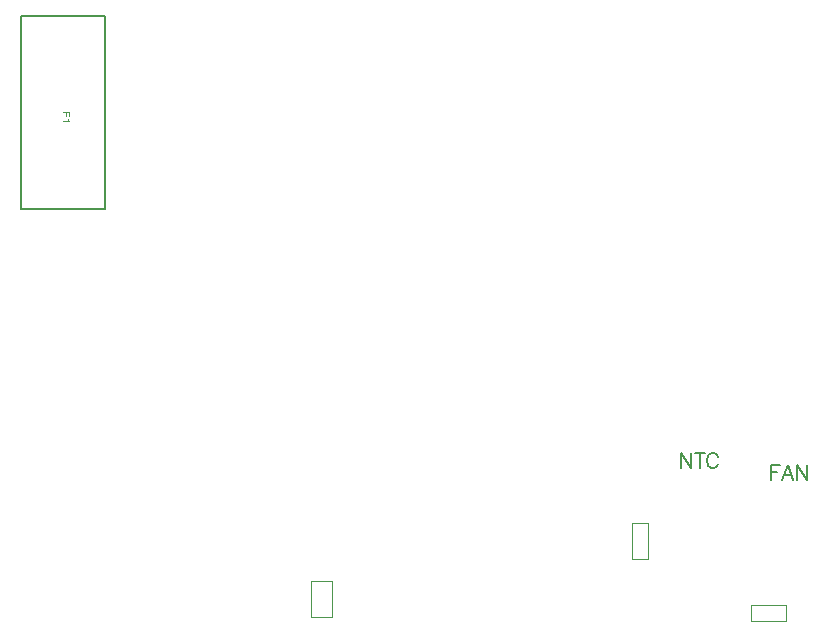
<source format=gbr>
%TF.GenerationSoftware,Altium Limited,Altium Designer,20.0.13 (296)*%
G04 Layer_Color=8388736*
%FSLAX26Y26*%
%MOIN*%
%TF.FileFunction,Other,Top_Assembly*%
%TF.Part,Single*%
G01*
G75*
%TA.AperFunction,NonConductor*%
%ADD106C,0.007874*%
%ADD159C,0.008000*%
%ADD189C,0.003937*%
G36*
X192118Y3236856D02*
X189151D01*
Y3250506D01*
X181344D01*
Y3238694D01*
X178377D01*
Y3250506D01*
X166929D01*
Y3253836D01*
X192118D01*
Y3236856D01*
D02*
G37*
G36*
X185893Y3231377D02*
X185930Y3231305D01*
X186003Y3231159D01*
X186094Y3230977D01*
X186203Y3230758D01*
X186349Y3230485D01*
X186512Y3230194D01*
X186694Y3229885D01*
X186913Y3229539D01*
X187131Y3229175D01*
X187641Y3228411D01*
X188205Y3227628D01*
X188824Y3226882D01*
X188842Y3226864D01*
X188897Y3226791D01*
X188988Y3226700D01*
X189115Y3226573D01*
X189279Y3226409D01*
X189461Y3226227D01*
X189679Y3226026D01*
X189898Y3225808D01*
X190152Y3225590D01*
X190425Y3225353D01*
X190989Y3224898D01*
X191590Y3224479D01*
X191899Y3224298D01*
X192209Y3224134D01*
Y3222132D01*
X166929D01*
Y3225226D01*
X186621D01*
X186603Y3225244D01*
X186567Y3225280D01*
X186512Y3225335D01*
X186440Y3225426D01*
X186349Y3225535D01*
X186221Y3225681D01*
X186094Y3225845D01*
X185948Y3226008D01*
X185803Y3226227D01*
X185620Y3226445D01*
X185457Y3226682D01*
X185256Y3226936D01*
X185075Y3227228D01*
X184874Y3227519D01*
X184474Y3228174D01*
X184456Y3228192D01*
X184419Y3228247D01*
X184365Y3228356D01*
X184310Y3228483D01*
X184219Y3228629D01*
X184110Y3228811D01*
X184001Y3229030D01*
X183873Y3229248D01*
X183619Y3229758D01*
X183364Y3230303D01*
X183109Y3230868D01*
X182891Y3231414D01*
X185875D01*
X185893Y3231377D01*
D02*
G37*
D106*
X27559Y3575686D02*
X306299D01*
X27559Y2931986D02*
X306299D01*
X27559D02*
Y3575686D01*
X306299Y2931986D02*
Y3575686D01*
D159*
X2228000Y2117989D02*
Y2068000D01*
Y2117989D02*
X2261326Y2068000D01*
Y2117989D02*
Y2068000D01*
X2291796Y2117989D02*
Y2068000D01*
X2275133Y2117989D02*
X2308459D01*
X2350117Y2106087D02*
X2347736Y2110848D01*
X2342975Y2115609D01*
X2338215Y2117989D01*
X2328693D01*
X2323932Y2115609D01*
X2319171Y2110848D01*
X2316791Y2106087D01*
X2314410Y2098946D01*
Y2087044D01*
X2316791Y2079902D01*
X2319171Y2075141D01*
X2323932Y2070380D01*
X2328693Y2068000D01*
X2338215D01*
X2342975Y2070380D01*
X2347736Y2075141D01*
X2350117Y2079902D01*
X2528000Y2077989D02*
Y2028000D01*
Y2077989D02*
X2558946D01*
X2528000Y2054185D02*
X2547044D01*
X2602746Y2028000D02*
X2583702Y2077989D01*
X2564659Y2028000D01*
X2571800Y2044663D02*
X2595605D01*
X2614410Y2077989D02*
Y2028000D01*
Y2077989D02*
X2647736Y2028000D01*
Y2077989D02*
Y2028000D01*
D189*
X2579055Y1557441D02*
Y1612559D01*
X2460945Y1557441D02*
Y1612559D01*
X2579055D01*
X2460945Y1557441D02*
X2579055D01*
X994016Y1572559D02*
X1062913D01*
X994016Y1692638D02*
X1062913D01*
Y1572559D02*
Y1692638D01*
X994016Y1572559D02*
Y1692638D01*
X2118472Y1764228D02*
Y1883914D01*
X2063354Y1764228D02*
Y1883914D01*
Y1764228D02*
X2118472D01*
X2063354Y1883914D02*
X2118472D01*
%TF.MD5,ca113f5b216d54d8850e1945bc197c56*%
M02*

</source>
